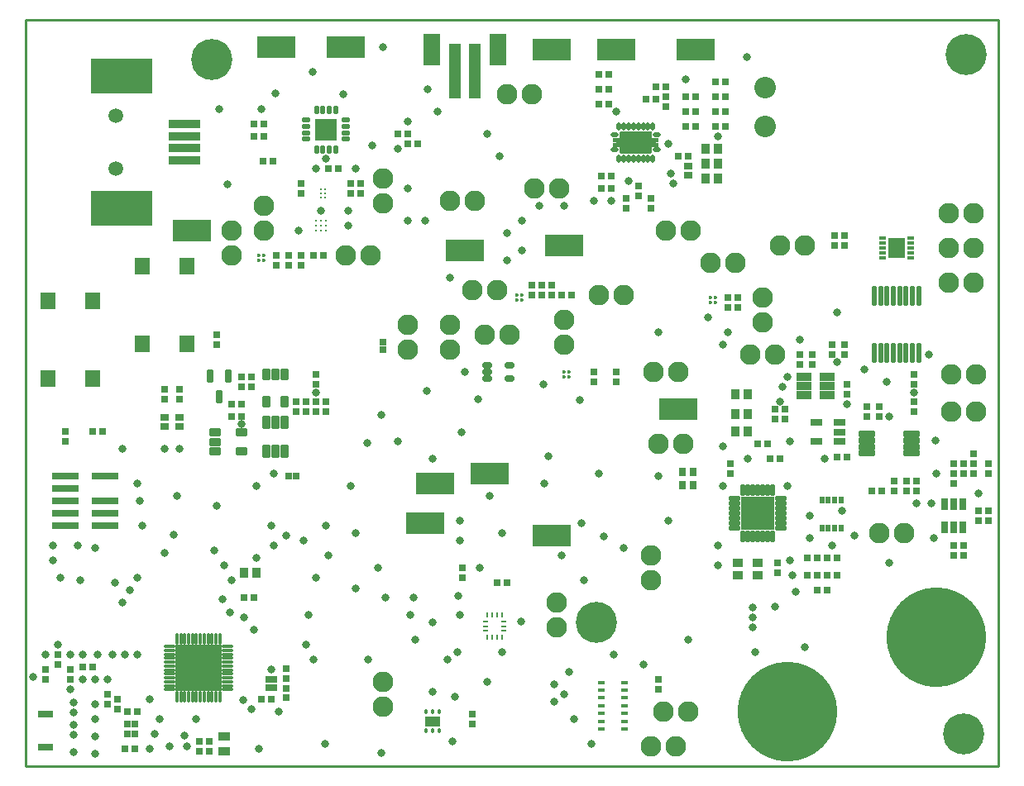
<source format=gts>
G04*
G04 #@! TF.GenerationSoftware,Altium Limited,Altium Designer,20.1.14 (287)*
G04*
G04 Layer_Color=8388736*
%FSLAX25Y25*%
%MOIN*%
G70*
G04*
G04 #@! TF.SameCoordinates,DFD3654D-5228-4AA8-B9DD-6FAD7AD09D05*
G04*
G04*
G04 #@! TF.FilePolarity,Negative*
G04*
G01*
G75*
%ADD13C,0.01000*%
%ADD26C,0.01417*%
G04:AMPARAMS|DCode=37|XSize=51.18mil|YSize=23.62mil|CornerRadius=2.01mil|HoleSize=0mil|Usage=FLASHONLY|Rotation=270.000|XOffset=0mil|YOffset=0mil|HoleType=Round|Shape=RoundedRectangle|*
%AMROUNDEDRECTD37*
21,1,0.05118,0.01961,0,0,270.0*
21,1,0.04717,0.02362,0,0,270.0*
1,1,0.00402,-0.00980,-0.02358*
1,1,0.00402,-0.00980,0.02358*
1,1,0.00402,0.00980,0.02358*
1,1,0.00402,0.00980,-0.02358*
%
%ADD37ROUNDEDRECTD37*%
%ADD44R,0.03150X0.03543*%
%ADD46R,0.10984X0.02913*%
G04:AMPARAMS|DCode=49|XSize=17.72mil|YSize=11.81mil|CornerRadius=1.95mil|HoleSize=0mil|Usage=FLASHONLY|Rotation=90.000|XOffset=0mil|YOffset=0mil|HoleType=Round|Shape=RoundedRectangle|*
%AMROUNDEDRECTD49*
21,1,0.01772,0.00791,0,0,90.0*
21,1,0.01382,0.01181,0,0,90.0*
1,1,0.00390,0.00396,0.00691*
1,1,0.00390,0.00396,-0.00691*
1,1,0.00390,-0.00396,-0.00691*
1,1,0.00390,-0.00396,0.00691*
%
%ADD49ROUNDEDRECTD49*%
%ADD60R,0.02953X0.01378*%
%ADD71R,0.00984X0.01870*%
%ADD72R,0.01870X0.00984*%
%ADD73R,0.03162X0.03162*%
%ADD74R,0.06699X0.08274*%
%ADD75R,0.02762X0.01384*%
%ADD76O,0.02178X0.08083*%
%ADD77R,0.03162X0.03162*%
%ADD78R,0.03162X0.02769*%
G04:AMPARAMS|DCode=79|XSize=31.62mil|YSize=47.37mil|CornerRadius=6.01mil|HoleSize=0mil|Usage=FLASHONLY|Rotation=0.000|XOffset=0mil|YOffset=0mil|HoleType=Round|Shape=RoundedRectangle|*
%AMROUNDEDRECTD79*
21,1,0.03162,0.03535,0,0,0.0*
21,1,0.01961,0.04737,0,0,0.0*
1,1,0.01202,0.00980,-0.01768*
1,1,0.01202,-0.00980,-0.01768*
1,1,0.01202,-0.00980,0.01768*
1,1,0.01202,0.00980,0.01768*
%
%ADD79ROUNDEDRECTD79*%
G04:AMPARAMS|DCode=80|XSize=33.59mil|YSize=55.24mil|CornerRadius=5.92mil|HoleSize=0mil|Usage=FLASHONLY|Rotation=180.000|XOffset=0mil|YOffset=0mil|HoleType=Round|Shape=RoundedRectangle|*
%AMROUNDEDRECTD80*
21,1,0.03359,0.04341,0,0,180.0*
21,1,0.02175,0.05524,0,0,180.0*
1,1,0.01184,-0.01088,0.02170*
1,1,0.01184,0.01088,0.02170*
1,1,0.01184,0.01088,-0.02170*
1,1,0.01184,-0.01088,-0.02170*
%
%ADD80ROUNDEDRECTD80*%
%ADD81R,0.05918X0.06902*%
G04:AMPARAMS|DCode=82|XSize=31.62mil|YSize=47.37mil|CornerRadius=6.01mil|HoleSize=0mil|Usage=FLASHONLY|Rotation=90.000|XOffset=0mil|YOffset=0mil|HoleType=Round|Shape=RoundedRectangle|*
%AMROUNDEDRECTD82*
21,1,0.03162,0.03535,0,0,90.0*
21,1,0.01961,0.04737,0,0,90.0*
1,1,0.01202,0.01768,0.00980*
1,1,0.01202,0.01768,-0.00980*
1,1,0.01202,-0.01768,-0.00980*
1,1,0.01202,-0.01768,0.00980*
%
%ADD82ROUNDEDRECTD82*%
%ADD83R,0.05131X0.03162*%
%ADD84R,0.03162X0.05131*%
G04:AMPARAMS|DCode=85|XSize=25.72mil|YSize=69.02mil|CornerRadius=5.95mil|HoleSize=0mil|Usage=FLASHONLY|Rotation=270.000|XOffset=0mil|YOffset=0mil|HoleType=Round|Shape=RoundedRectangle|*
%AMROUNDEDRECTD85*
21,1,0.02572,0.05713,0,0,270.0*
21,1,0.01382,0.06902,0,0,270.0*
1,1,0.01190,-0.02856,-0.00691*
1,1,0.01190,-0.02856,0.00691*
1,1,0.01190,0.02856,0.00691*
1,1,0.01190,0.02856,-0.00691*
%
%ADD85ROUNDEDRECTD85*%
%ADD86R,0.05918X0.03556*%
%ADD87R,0.02769X0.03162*%
%ADD88R,0.15170X0.08871*%
%ADD89R,0.24580X0.14186*%
%ADD90R,0.12611X0.03556*%
%ADD91R,0.01981X0.02572*%
G04:AMPARAMS|DCode=92|XSize=17.45mil|YSize=31.62mil|CornerRadius=5.98mil|HoleSize=0mil|Usage=FLASHONLY|Rotation=0.000|XOffset=0mil|YOffset=0mil|HoleType=Round|Shape=RoundedRectangle|*
%AMROUNDEDRECTD92*
21,1,0.01745,0.01965,0,0,0.0*
21,1,0.00548,0.03162,0,0,0.0*
1,1,0.01197,0.00274,-0.00983*
1,1,0.01197,-0.00274,-0.00983*
1,1,0.01197,-0.00274,0.00983*
1,1,0.01197,0.00274,0.00983*
%
%ADD92ROUNDEDRECTD92*%
G04:AMPARAMS|DCode=93|XSize=17.45mil|YSize=31.62mil|CornerRadius=5.98mil|HoleSize=0mil|Usage=FLASHONLY|Rotation=270.000|XOffset=0mil|YOffset=0mil|HoleType=Round|Shape=RoundedRectangle|*
%AMROUNDEDRECTD93*
21,1,0.01745,0.01965,0,0,270.0*
21,1,0.00548,0.03162,0,0,270.0*
1,1,0.01197,-0.00983,-0.00274*
1,1,0.01197,-0.00983,0.00274*
1,1,0.01197,0.00983,0.00274*
1,1,0.01197,0.00983,-0.00274*
%
%ADD93ROUNDEDRECTD93*%
G04:AMPARAMS|DCode=94|XSize=11.81mil|YSize=11.81mil|CornerRadius=1.95mil|HoleSize=0mil|Usage=FLASHONLY|Rotation=0.000|XOffset=0mil|YOffset=0mil|HoleType=Round|Shape=RoundedRectangle|*
%AMROUNDEDRECTD94*
21,1,0.01181,0.00791,0,0,0.0*
21,1,0.00791,0.01181,0,0,0.0*
1,1,0.00390,0.00396,-0.00396*
1,1,0.00390,-0.00396,-0.00396*
1,1,0.00390,-0.00396,0.00396*
1,1,0.00390,0.00396,0.00396*
%
%ADD94ROUNDEDRECTD94*%
G04:AMPARAMS|DCode=95|XSize=39.37mil|YSize=62.99mil|CornerRadius=1.97mil|HoleSize=0mil|Usage=FLASHONLY|Rotation=90.000|XOffset=0mil|YOffset=0mil|HoleType=Round|Shape=RoundedRectangle|*
%AMROUNDEDRECTD95*
21,1,0.03937,0.05906,0,0,90.0*
21,1,0.03543,0.06299,0,0,90.0*
1,1,0.00394,0.02953,0.01772*
1,1,0.00394,0.02953,-0.01772*
1,1,0.00394,-0.02953,-0.01772*
1,1,0.00394,-0.02953,0.01772*
%
%ADD95ROUNDEDRECTD95*%
%ADD96O,0.04540X0.01587*%
%ADD97O,0.01587X0.04540*%
%ADD98R,0.18910X0.18910*%
%ADD99R,0.09068X0.09068*%
%ADD100O,0.03753X0.01981*%
%ADD101O,0.01981X0.03753*%
%ADD102R,0.06142X0.03150*%
%ADD103R,0.04737X0.22453*%
%ADD104R,0.07099X0.12611*%
%ADD105R,0.03556X0.02769*%
%ADD106R,0.03753X0.04147*%
G04:AMPARAMS|DCode=107|XSize=23.75mil|YSize=41.47mil|CornerRadius=5.97mil|HoleSize=0mil|Usage=FLASHONLY|Rotation=90.000|XOffset=0mil|YOffset=0mil|HoleType=Round|Shape=RoundedRectangle|*
%AMROUNDEDRECTD107*
21,1,0.02375,0.02953,0,0,90.0*
21,1,0.01181,0.04147,0,0,90.0*
1,1,0.01194,0.01476,0.00591*
1,1,0.01194,0.01476,-0.00591*
1,1,0.01194,-0.01476,-0.00591*
1,1,0.01194,-0.01476,0.00591*
%
%ADD107ROUNDEDRECTD107*%
G04:AMPARAMS|DCode=108|XSize=46.98mil|YSize=18.63mil|CornerRadius=5.33mil|HoleSize=0mil|Usage=FLASHONLY|Rotation=270.000|XOffset=0mil|YOffset=0mil|HoleType=Round|Shape=RoundedRectangle|*
%AMROUNDEDRECTD108*
21,1,0.04698,0.00797,0,0,270.0*
21,1,0.03632,0.01863,0,0,270.0*
1,1,0.01066,-0.00399,-0.01816*
1,1,0.01066,-0.00399,0.01816*
1,1,0.01066,0.00399,0.01816*
1,1,0.01066,0.00399,-0.01816*
%
%ADD108ROUNDEDRECTD108*%
G04:AMPARAMS|DCode=109|XSize=46.98mil|YSize=18.63mil|CornerRadius=5.33mil|HoleSize=0mil|Usage=FLASHONLY|Rotation=180.000|XOffset=0mil|YOffset=0mil|HoleType=Round|Shape=RoundedRectangle|*
%AMROUNDEDRECTD109*
21,1,0.04698,0.00797,0,0,180.0*
21,1,0.03632,0.01863,0,0,180.0*
1,1,0.01066,-0.01816,0.00399*
1,1,0.01066,0.01816,0.00399*
1,1,0.01066,0.01816,-0.00399*
1,1,0.01066,-0.01816,-0.00399*
%
%ADD109ROUNDEDRECTD109*%
%ADD110R,0.13595X0.13595*%
%ADD111R,0.04147X0.03753*%
%ADD112C,0.01299*%
%ADD113R,0.02572X0.02769*%
%ADD114R,0.02769X0.02572*%
%ADD115C,0.01043*%
%ADD116R,0.04800X0.03300*%
%ADD117R,0.04961X0.02736*%
%ADD118R,0.02646X0.03039*%
%ADD119C,0.08300*%
%ADD120C,0.40170*%
%ADD121C,0.16548*%
%ADD122C,0.08674*%
%ADD123C,0.05918*%
%ADD124C,0.03300*%
G36*
X251946Y255937D02*
X251997Y255927D01*
X252047Y255910D01*
X252094Y255887D01*
X252137Y255857D01*
X252177Y255823D01*
X252211Y255783D01*
X252240Y255740D01*
X252264Y255693D01*
X252281Y255643D01*
X252291Y255592D01*
X252294Y255539D01*
Y253440D01*
X254747Y253440D01*
X254800Y253437D01*
X254851Y253427D01*
X254901Y253410D01*
X254948Y253386D01*
X254992Y253357D01*
X255031Y253323D01*
X255065Y253283D01*
X255095Y253240D01*
X255118Y253193D01*
X255135Y253143D01*
X255145Y253092D01*
X255148Y253039D01*
Y252134D01*
X255145Y252081D01*
X255135Y252030D01*
X255118Y251980D01*
X255095Y251933D01*
X255065Y251890D01*
X255031Y251850D01*
X254992Y251816D01*
X254948Y251787D01*
X254901Y251764D01*
X254851Y251747D01*
X254800Y251736D01*
X254747Y251733D01*
X253869Y251733D01*
Y251275D01*
X254747Y251275D01*
X254800Y251271D01*
X254851Y251261D01*
X254901Y251244D01*
X254948Y251221D01*
X254991Y251192D01*
X255031Y251157D01*
X255065Y251118D01*
X255095Y251074D01*
X255118Y251027D01*
X255135Y250978D01*
X255145Y250926D01*
X255148Y250874D01*
Y249969D01*
X255145Y249916D01*
X255135Y249865D01*
X255118Y249815D01*
X255095Y249768D01*
X255065Y249725D01*
X255031Y249685D01*
X254991Y249651D01*
X254948Y249621D01*
X254901Y249598D01*
X254851Y249581D01*
X254800Y249571D01*
X254747Y249568D01*
X252294Y249568D01*
Y247468D01*
X252291Y247416D01*
X252281Y247365D01*
X252264Y247315D01*
X252240Y247268D01*
X252211Y247224D01*
X252177Y247185D01*
X252137Y247150D01*
X252094Y247121D01*
X252047Y247098D01*
X251997Y247081D01*
X251946Y247071D01*
X251893Y247068D01*
X239885D01*
X239833Y247071D01*
X239782Y247081D01*
X239732Y247098D01*
X239685Y247121D01*
X239641Y247150D01*
X239602Y247185D01*
X239567Y247224D01*
X239538Y247268D01*
X239515Y247315D01*
X239498Y247365D01*
X239488Y247416D01*
X239485Y247468D01*
Y249568D01*
X237031Y249568D01*
X236979Y249571D01*
X236927Y249581D01*
X236877Y249598D01*
X236830Y249621D01*
X236787Y249651D01*
X236747Y249685D01*
X236713Y249725D01*
X236684Y249768D01*
X236661Y249815D01*
X236644Y249865D01*
X236633Y249916D01*
X236630Y249969D01*
Y250874D01*
X236633Y250926D01*
X236644Y250978D01*
X236661Y251027D01*
X236684Y251074D01*
X236713Y251118D01*
X236747Y251157D01*
X236787Y251192D01*
X236830Y251221D01*
X236877Y251244D01*
X236927Y251261D01*
X236979Y251271D01*
X237031Y251275D01*
X237910Y251275D01*
Y251733D01*
X237031Y251733D01*
X236979Y251736D01*
X236927Y251747D01*
X236877Y251764D01*
X236830Y251787D01*
X236787Y251816D01*
X236747Y251850D01*
X236713Y251890D01*
X236684Y251933D01*
X236661Y251980D01*
X236644Y252030D01*
X236633Y252081D01*
X236630Y252134D01*
Y253039D01*
X236633Y253092D01*
X236644Y253143D01*
X236661Y253193D01*
X236684Y253240D01*
X236713Y253283D01*
X236747Y253323D01*
X236787Y253357D01*
X236830Y253386D01*
X236877Y253410D01*
X236927Y253427D01*
X236979Y253437D01*
X237031Y253440D01*
X239485Y253440D01*
Y255539D01*
X239488Y255592D01*
X239498Y255643D01*
X239515Y255693D01*
X239538Y255740D01*
X239567Y255783D01*
X239602Y255823D01*
X239641Y255857D01*
X239685Y255887D01*
X239732Y255910D01*
X239782Y255927D01*
X239833Y255937D01*
X239885Y255940D01*
X251893D01*
X251946Y255937D01*
D02*
G37*
D13*
X0Y0D02*
X392000D01*
Y301000D01*
X0D02*
X392000D01*
X0Y0D02*
Y301000D01*
D26*
X198031Y190000D02*
D03*
X200000D02*
D03*
X198031Y188031D02*
D03*
X200000D02*
D03*
X94016Y205984D02*
D03*
X95984D02*
D03*
X94016Y204016D02*
D03*
X95984D02*
D03*
X276016Y188984D02*
D03*
X277984D02*
D03*
X276016Y187016D02*
D03*
X277984D02*
D03*
X217000Y158968D02*
D03*
X218969D02*
D03*
X217000Y157000D02*
D03*
X218969D02*
D03*
D37*
X78000Y149000D02*
D03*
X74260Y157268D02*
D03*
X81740D02*
D03*
D44*
X269165Y118756D02*
D03*
Y113244D02*
D03*
X264835D02*
D03*
Y118756D02*
D03*
D46*
X15976Y117000D02*
D03*
Y112000D02*
D03*
Y107000D02*
D03*
Y102000D02*
D03*
Y97000D02*
D03*
X32000Y117000D02*
D03*
Y107000D02*
D03*
Y102000D02*
D03*
Y97000D02*
D03*
D49*
X161441Y21839D02*
D03*
X164000D02*
D03*
X166559D02*
D03*
Y14161D02*
D03*
X164000D02*
D03*
X161441D02*
D03*
D60*
X241449Y33748D02*
D03*
Y30598D02*
D03*
Y27449D02*
D03*
Y24299D02*
D03*
Y21150D02*
D03*
Y18000D02*
D03*
Y14850D02*
D03*
X232000D02*
D03*
Y18000D02*
D03*
Y21150D02*
D03*
Y24299D02*
D03*
Y27449D02*
D03*
Y30598D02*
D03*
Y33748D02*
D03*
D71*
X186094Y51846D02*
D03*
X188063D02*
D03*
X190032D02*
D03*
X192000D02*
D03*
Y61000D02*
D03*
X190032D02*
D03*
X188063D02*
D03*
X186094D02*
D03*
D72*
X192640Y54455D02*
D03*
Y56423D02*
D03*
Y58392D02*
D03*
X185455D02*
D03*
Y56423D02*
D03*
Y54455D02*
D03*
D73*
X382000Y122000D02*
D03*
Y125937D02*
D03*
X326000Y213937D02*
D03*
Y210000D02*
D03*
X330000Y213937D02*
D03*
Y210000D02*
D03*
X77000Y173937D02*
D03*
Y170000D02*
D03*
X117000Y143000D02*
D03*
Y146937D02*
D03*
X121000Y146968D02*
D03*
Y143032D02*
D03*
X330000Y166000D02*
D03*
Y169937D02*
D03*
X325000Y166000D02*
D03*
Y169937D02*
D03*
X331000Y150031D02*
D03*
Y153969D02*
D03*
X344000Y141000D02*
D03*
Y144937D02*
D03*
X339000Y141000D02*
D03*
Y144937D02*
D03*
X312000Y166000D02*
D03*
Y162063D02*
D03*
X317000Y166000D02*
D03*
Y162063D02*
D03*
X374000Y117968D02*
D03*
Y114032D02*
D03*
X204000Y193968D02*
D03*
Y190032D02*
D03*
X208000Y193968D02*
D03*
Y190032D02*
D03*
X212000D02*
D03*
Y193968D02*
D03*
X111000Y202063D02*
D03*
Y206000D02*
D03*
X106000D02*
D03*
Y202063D02*
D03*
X101000Y206000D02*
D03*
Y202063D02*
D03*
X284000Y118000D02*
D03*
Y121937D02*
D03*
X247000Y233937D02*
D03*
Y230000D02*
D03*
X242000Y228969D02*
D03*
Y225031D02*
D03*
X252000Y228937D02*
D03*
Y225000D02*
D03*
X287000Y188969D02*
D03*
Y185031D02*
D03*
X283000D02*
D03*
Y188969D02*
D03*
X109000Y143095D02*
D03*
Y147031D02*
D03*
X113000Y147000D02*
D03*
Y143063D02*
D03*
X238000Y159000D02*
D03*
Y155063D02*
D03*
X229000D02*
D03*
Y159000D02*
D03*
X303000Y78063D02*
D03*
Y82000D02*
D03*
X16000Y134937D02*
D03*
Y131000D02*
D03*
X33000Y25000D02*
D03*
Y28937D02*
D03*
X70000Y10000D02*
D03*
Y6063D02*
D03*
X74000D02*
D03*
Y10000D02*
D03*
X105000Y35386D02*
D03*
Y39323D02*
D03*
Y31386D02*
D03*
Y27449D02*
D03*
X37000Y23031D02*
D03*
Y26969D02*
D03*
X8000Y35032D02*
D03*
Y38969D02*
D03*
X13000Y41000D02*
D03*
Y44937D02*
D03*
X18000Y35032D02*
D03*
Y38969D02*
D03*
D74*
X351000Y209000D02*
D03*
D75*
X345488Y205063D02*
D03*
Y207031D02*
D03*
Y209000D02*
D03*
Y210968D02*
D03*
Y212937D02*
D03*
X356512D02*
D03*
Y210968D02*
D03*
Y209000D02*
D03*
Y207031D02*
D03*
Y205063D02*
D03*
D76*
X342043Y166484D02*
D03*
X344602D02*
D03*
X347161D02*
D03*
X349721D02*
D03*
X352279D02*
D03*
X354839D02*
D03*
X357398D02*
D03*
X359957D02*
D03*
X342043Y189516D02*
D03*
X344602D02*
D03*
X347161D02*
D03*
X349721D02*
D03*
X352279D02*
D03*
X354839D02*
D03*
X357398D02*
D03*
X359957D02*
D03*
D77*
X377969Y85000D02*
D03*
X374031D02*
D03*
X377937Y89000D02*
D03*
X374000D02*
D03*
X87000Y153000D02*
D03*
X90937D02*
D03*
Y157000D02*
D03*
X87000D02*
D03*
Y146000D02*
D03*
X83063D02*
D03*
X83031Y141000D02*
D03*
X86968D02*
D03*
X359000Y111000D02*
D03*
X355063D02*
D03*
X378000Y122000D02*
D03*
X374063D02*
D03*
X219969Y190000D02*
D03*
X216032D02*
D03*
X116000Y206000D02*
D03*
X119937D02*
D03*
X282063Y264000D02*
D03*
X278126D02*
D03*
X282063Y258000D02*
D03*
X278126D02*
D03*
X282063Y270000D02*
D03*
X278126D02*
D03*
X282063Y276000D02*
D03*
X278126D02*
D03*
X266126Y258000D02*
D03*
X270063D02*
D03*
X266094Y264000D02*
D03*
X270031D02*
D03*
X266063Y270000D02*
D03*
X270000D02*
D03*
X88000Y68000D02*
D03*
X91937D02*
D03*
X236000Y233000D02*
D03*
X232063D02*
D03*
X236000Y238000D02*
D03*
X232063D02*
D03*
X235000Y279000D02*
D03*
X231063D02*
D03*
X235000Y273000D02*
D03*
X231063D02*
D03*
X234937Y267000D02*
D03*
X231000D02*
D03*
X323000Y84000D02*
D03*
X326937D02*
D03*
X315032D02*
D03*
X318969D02*
D03*
X300031Y124000D02*
D03*
X303969D02*
D03*
X295000Y130000D02*
D03*
X298937D02*
D03*
X319000Y71000D02*
D03*
X322937D02*
D03*
X99761Y244060D02*
D03*
X95824D02*
D03*
X98937Y27000D02*
D03*
X95000D02*
D03*
X44937Y21937D02*
D03*
X41000D02*
D03*
X40063Y6937D02*
D03*
X44000D02*
D03*
X23000Y40000D02*
D03*
X26937D02*
D03*
D78*
X117000Y158000D02*
D03*
Y154063D02*
D03*
X302000Y140000D02*
D03*
Y143937D02*
D03*
X388000Y121937D02*
D03*
Y118000D02*
D03*
X111000Y231000D02*
D03*
Y234937D02*
D03*
X306000Y139937D02*
D03*
Y143874D02*
D03*
X180000Y17000D02*
D03*
Y20937D02*
D03*
X255000Y34937D02*
D03*
Y31000D02*
D03*
X358000Y158000D02*
D03*
Y154063D02*
D03*
X350000Y115000D02*
D03*
Y111063D02*
D03*
X388000Y99063D02*
D03*
Y103000D02*
D03*
X258000Y269937D02*
D03*
Y266000D02*
D03*
X358000Y143000D02*
D03*
Y146937D02*
D03*
X384000Y99063D02*
D03*
Y103000D02*
D03*
X56000Y151969D02*
D03*
Y148031D02*
D03*
X62000Y148063D02*
D03*
Y152000D02*
D03*
X176000Y76063D02*
D03*
Y80000D02*
D03*
D79*
X104480Y147000D02*
D03*
X97000D02*
D03*
Y157827D02*
D03*
X100740D02*
D03*
X104480D02*
D03*
D80*
X97000Y138614D02*
D03*
X100740D02*
D03*
X104480D02*
D03*
Y127000D02*
D03*
X100740D02*
D03*
X97000D02*
D03*
D81*
X47142Y201650D02*
D03*
X64858D02*
D03*
Y170350D02*
D03*
X47142D02*
D03*
X9142Y187650D02*
D03*
X26858D02*
D03*
Y156350D02*
D03*
X9142D02*
D03*
D82*
X76173Y134480D02*
D03*
Y130740D02*
D03*
Y127000D02*
D03*
X87000D02*
D03*
Y134480D02*
D03*
D83*
X318551Y131000D02*
D03*
Y138480D02*
D03*
X328000D02*
D03*
Y134740D02*
D03*
Y131000D02*
D03*
D84*
X377740Y105724D02*
D03*
X374000D02*
D03*
X370260D02*
D03*
Y96276D02*
D03*
X374000D02*
D03*
X377740D02*
D03*
D85*
X338846Y133839D02*
D03*
Y131280D02*
D03*
Y128720D02*
D03*
Y126161D02*
D03*
X357154Y133839D02*
D03*
Y131280D02*
D03*
Y128720D02*
D03*
Y126161D02*
D03*
D86*
X313551Y149520D02*
D03*
Y153260D02*
D03*
Y157000D02*
D03*
X323000D02*
D03*
Y153260D02*
D03*
Y149520D02*
D03*
D87*
X355000Y115000D02*
D03*
X358937D02*
D03*
X378063Y118000D02*
D03*
X382000D02*
D03*
X122063Y241000D02*
D03*
X126000D02*
D03*
X327063Y124500D02*
D03*
X331000D02*
D03*
X154000Y255000D02*
D03*
X150063D02*
D03*
X253969Y269000D02*
D03*
X250031D02*
D03*
X263063Y246000D02*
D03*
X267000D02*
D03*
X257937Y274000D02*
D03*
X254000D02*
D03*
X154032Y251000D02*
D03*
X157968D02*
D03*
X341063Y111000D02*
D03*
X345000D02*
D03*
X323000Y77000D02*
D03*
X326937D02*
D03*
X318969D02*
D03*
X315032D02*
D03*
X131000Y235000D02*
D03*
X134937D02*
D03*
X131000Y231000D02*
D03*
X134937D02*
D03*
X30937Y135000D02*
D03*
X27000D02*
D03*
X92000Y259000D02*
D03*
X95937D02*
D03*
X92000Y254000D02*
D03*
X95937D02*
D03*
X193937Y74000D02*
D03*
X190000D02*
D03*
D88*
X67000Y216000D02*
D03*
X187000Y118000D02*
D03*
X161000Y98000D02*
D03*
X212000Y93000D02*
D03*
X101000Y290000D02*
D03*
X129000D02*
D03*
X212000Y289000D02*
D03*
X238000D02*
D03*
X270000D02*
D03*
X263000Y144000D02*
D03*
X165000Y114000D02*
D03*
X177000Y208000D02*
D03*
X217000Y210000D02*
D03*
D89*
X38803Y278390D02*
D03*
Y224847D02*
D03*
D90*
X64000Y244236D02*
D03*
Y259000D02*
D03*
Y249158D02*
D03*
Y254079D02*
D03*
D91*
X326000Y96000D02*
D03*
X320882D02*
D03*
X323441D02*
D03*
X328559D02*
D03*
X326000Y107339D02*
D03*
X323441D02*
D03*
X320882D02*
D03*
X328559D02*
D03*
D92*
X239000Y245008D02*
D03*
X240968D02*
D03*
X242937D02*
D03*
X244905D02*
D03*
X246874D02*
D03*
X248842D02*
D03*
X250811D02*
D03*
X252779D02*
D03*
Y258000D02*
D03*
X250811D02*
D03*
X248842D02*
D03*
X246874D02*
D03*
X244905D02*
D03*
X242937D02*
D03*
X240968D02*
D03*
X239000D02*
D03*
D93*
X254354Y248551D02*
D03*
Y254457D02*
D03*
X237425D02*
D03*
Y248551D02*
D03*
D94*
X245889Y251504D02*
D03*
D95*
X164000Y18000D02*
D03*
D96*
X58000Y37150D02*
D03*
Y35575D02*
D03*
Y34000D02*
D03*
Y32425D02*
D03*
Y45024D02*
D03*
Y43449D02*
D03*
Y41874D02*
D03*
Y40299D02*
D03*
Y48173D02*
D03*
X81228Y32425D02*
D03*
Y34000D02*
D03*
Y35575D02*
D03*
Y37150D02*
D03*
Y40299D02*
D03*
Y41874D02*
D03*
Y43449D02*
D03*
Y45024D02*
D03*
Y48173D02*
D03*
X58000Y30850D02*
D03*
Y46598D02*
D03*
Y38724D02*
D03*
X81228Y30850D02*
D03*
Y38724D02*
D03*
Y46598D02*
D03*
D97*
X62528Y27898D02*
D03*
X64102D02*
D03*
X65677D02*
D03*
X67252D02*
D03*
Y51126D02*
D03*
X65677D02*
D03*
X64102D02*
D03*
X62528D02*
D03*
X70402Y27898D02*
D03*
X71976D02*
D03*
X73551D02*
D03*
X75126D02*
D03*
Y51126D02*
D03*
X73551D02*
D03*
X71976D02*
D03*
X70402D02*
D03*
X78276Y27898D02*
D03*
Y51126D02*
D03*
X60953Y27898D02*
D03*
Y51126D02*
D03*
X68827Y27898D02*
D03*
X76701D02*
D03*
Y51126D02*
D03*
X68827D02*
D03*
D98*
X69614Y39512D02*
D03*
D99*
X121028Y256720D02*
D03*
D100*
X129000Y260559D02*
D03*
Y258000D02*
D03*
Y255441D02*
D03*
Y252882D02*
D03*
X113055D02*
D03*
Y255441D02*
D03*
Y258000D02*
D03*
Y260559D02*
D03*
D101*
X124866Y248748D02*
D03*
X122307D02*
D03*
X119748D02*
D03*
X117189D02*
D03*
Y264693D02*
D03*
X119748D02*
D03*
X122307D02*
D03*
X124866D02*
D03*
D102*
X8000Y7590D02*
D03*
Y21000D02*
D03*
D103*
X180937Y280142D02*
D03*
X173063D02*
D03*
D104*
X190386Y289000D02*
D03*
X163614D02*
D03*
D105*
X267000Y242000D02*
D03*
Y238260D02*
D03*
X62000Y140740D02*
D03*
Y137000D02*
D03*
X56000Y140740D02*
D03*
Y137000D02*
D03*
D106*
X274079Y237000D02*
D03*
X279000D02*
D03*
X274079Y243000D02*
D03*
X279000D02*
D03*
X274079Y249000D02*
D03*
X279000D02*
D03*
X92921Y78000D02*
D03*
X88000D02*
D03*
X286079Y135000D02*
D03*
X291000D02*
D03*
X286079Y142000D02*
D03*
X291000D02*
D03*
X286079Y150000D02*
D03*
X291000D02*
D03*
D107*
X194858Y161559D02*
D03*
Y156441D02*
D03*
X186000D02*
D03*
Y159000D02*
D03*
Y161559D02*
D03*
D108*
X300905Y111291D02*
D03*
X298937D02*
D03*
X296969D02*
D03*
X295000D02*
D03*
X293032D02*
D03*
X291063D02*
D03*
X289094D02*
D03*
Y92709D02*
D03*
X291063D02*
D03*
X293032D02*
D03*
X295000D02*
D03*
X296969D02*
D03*
X298937D02*
D03*
X300905D02*
D03*
D109*
X304291Y96095D02*
D03*
Y98063D02*
D03*
Y100031D02*
D03*
Y102000D02*
D03*
Y103969D02*
D03*
Y105937D02*
D03*
Y107905D02*
D03*
X285709D02*
D03*
Y105937D02*
D03*
Y103969D02*
D03*
Y102000D02*
D03*
Y100031D02*
D03*
Y98063D02*
D03*
Y96095D02*
D03*
D110*
X295000Y102000D02*
D03*
D111*
X287000Y82000D02*
D03*
Y77079D02*
D03*
X295000Y82000D02*
D03*
Y77079D02*
D03*
D112*
X120653Y229425D02*
D03*
X119000D02*
D03*
X120653Y231000D02*
D03*
X119000D02*
D03*
Y232575D02*
D03*
X120653D02*
D03*
D113*
X144000Y171000D02*
D03*
Y168047D02*
D03*
D114*
X108953Y117000D02*
D03*
X106000D02*
D03*
D115*
X117000Y219937D02*
D03*
X118968D02*
D03*
X120937D02*
D03*
X117000Y217969D02*
D03*
Y216000D02*
D03*
X118968Y217969D02*
D03*
X120937D02*
D03*
X118968Y216000D02*
D03*
X120937D02*
D03*
D116*
X80000Y12000D02*
D03*
Y6000D02*
D03*
D117*
X99000Y31772D02*
D03*
Y35000D02*
D03*
D118*
X44150Y13000D02*
D03*
Y16937D02*
D03*
X41000D02*
D03*
Y13000D02*
D03*
D119*
X154000Y178000D02*
D03*
Y168000D02*
D03*
X144000Y34000D02*
D03*
Y24000D02*
D03*
X190000Y192000D02*
D03*
X180000D02*
D03*
X382000Y223000D02*
D03*
X372000D02*
D03*
X382000Y209000D02*
D03*
X372000D02*
D03*
X382000Y195000D02*
D03*
X372000D02*
D03*
X373000Y158000D02*
D03*
X383000D02*
D03*
X314000Y210000D02*
D03*
X304000D02*
D03*
X344000Y94000D02*
D03*
X354000D02*
D03*
X302000Y166000D02*
D03*
X292000D02*
D03*
X373000Y143000D02*
D03*
X383000D02*
D03*
X297000Y189000D02*
D03*
Y179000D02*
D03*
X276000Y203000D02*
D03*
X286000D02*
D03*
X144000Y227000D02*
D03*
Y237000D02*
D03*
X204000Y271000D02*
D03*
X194000D02*
D03*
X139000Y206000D02*
D03*
X129000D02*
D03*
X83000Y216000D02*
D03*
Y206000D02*
D03*
X195000Y174000D02*
D03*
X185000D02*
D03*
X217000Y180000D02*
D03*
Y170000D02*
D03*
X252000Y75000D02*
D03*
Y85000D02*
D03*
X265000Y130000D02*
D03*
X255000D02*
D03*
X257000Y22000D02*
D03*
X267000D02*
D03*
X252000Y8000D02*
D03*
X262000D02*
D03*
X215000Y233000D02*
D03*
X205000D02*
D03*
X171000Y168000D02*
D03*
Y178000D02*
D03*
X214000Y56000D02*
D03*
Y66000D02*
D03*
X258000Y216000D02*
D03*
X268000D02*
D03*
X253000Y159000D02*
D03*
X263000D02*
D03*
X96000Y216000D02*
D03*
Y226000D02*
D03*
X241000Y190000D02*
D03*
X231000D02*
D03*
X181000Y228000D02*
D03*
X171000D02*
D03*
D120*
X307000Y22000D02*
D03*
X367000Y52000D02*
D03*
D121*
X379000Y287000D02*
D03*
X75000Y285000D02*
D03*
X378000Y13000D02*
D03*
X230000Y58000D02*
D03*
D122*
X298000Y258000D02*
D03*
Y273748D02*
D03*
D123*
X36441Y240791D02*
D03*
Y262445D02*
D03*
D124*
X231000Y118000D02*
D03*
X294000Y46000D02*
D03*
X314000Y48000D02*
D03*
X348000Y82000D02*
D03*
X329000Y103000D02*
D03*
X327000Y163000D02*
D03*
X305000Y153000D02*
D03*
X304000Y147000D02*
D03*
X307000Y113000D02*
D03*
X316000Y101000D02*
D03*
X327000Y183000D02*
D03*
X358000Y150500D02*
D03*
X348000Y141000D02*
D03*
X117000Y150516D02*
D03*
X87000Y138000D02*
D03*
X338000Y160000D02*
D03*
X384000Y110000D02*
D03*
X364000Y166000D02*
D03*
X366000Y92000D02*
D03*
X365000Y106000D02*
D03*
X347000Y155000D02*
D03*
X312000Y172000D02*
D03*
X275000Y181000D02*
D03*
X116020Y43020D02*
D03*
X293000Y56000D02*
D03*
X331000Y146000D02*
D03*
X322000Y124000D02*
D03*
X307000Y157000D02*
D03*
X367000Y118000D02*
D03*
X366721Y131280D02*
D03*
X359000Y106000D02*
D03*
X254980Y175020D02*
D03*
X308000Y131000D02*
D03*
X281000Y170000D02*
D03*
X209000Y114000D02*
D03*
X187000Y109000D02*
D03*
X283000Y175000D02*
D03*
X241000Y88000D02*
D03*
X233000Y92750D02*
D03*
X216000Y85000D02*
D03*
X293000Y60000D02*
D03*
X334000Y93000D02*
D03*
X316000Y92000D02*
D03*
X309000Y77000D02*
D03*
X278969Y81000D02*
D03*
X279000Y89000D02*
D03*
X281000Y113000D02*
D03*
X255000Y117000D02*
D03*
X131000Y113000D02*
D03*
X93000D02*
D03*
X224000Y98000D02*
D03*
X293000Y64000D02*
D03*
X325000Y89000D02*
D03*
X279000Y254000D02*
D03*
X260000Y239000D02*
D03*
X110000Y216000D02*
D03*
X121000Y245000D02*
D03*
X191000Y245850D02*
D03*
X261000Y235000D02*
D03*
X128000Y271000D02*
D03*
X133000Y241000D02*
D03*
X130000Y224000D02*
D03*
X154000Y233000D02*
D03*
X200000Y219850D02*
D03*
X175000Y61000D02*
D03*
X192000Y46000D02*
D03*
X174000D02*
D03*
X138000Y43000D02*
D03*
X164000Y30000D02*
D03*
X259000Y99000D02*
D03*
X117000Y241000D02*
D03*
X245889Y253504D02*
D03*
Y249504D02*
D03*
X250909Y251504D02*
D03*
X240869D02*
D03*
X164000Y18000D02*
D03*
X69614Y39512D02*
D03*
X74614D02*
D03*
Y33512D02*
D03*
X69614D02*
D03*
X64614D02*
D03*
Y39512D02*
D03*
X69614Y45512D02*
D03*
X74614D02*
D03*
X64614D02*
D03*
X121028Y256720D02*
D03*
X82449Y62000D02*
D03*
X79449Y67250D02*
D03*
X91000Y23000D02*
D03*
X68827Y18850D02*
D03*
X58000Y8000D02*
D03*
X42000Y71000D02*
D03*
X50000Y7000D02*
D03*
X54000Y19000D02*
D03*
X45000Y76000D02*
D03*
X52000Y13000D02*
D03*
X64000Y12250D02*
D03*
X39000Y66000D02*
D03*
X259000Y251000D02*
D03*
X45000Y45000D02*
D03*
X40000D02*
D03*
X35000D02*
D03*
X29000D02*
D03*
X23000D02*
D03*
X18000D02*
D03*
X8000D02*
D03*
X3000Y36000D02*
D03*
X19195Y5500D02*
D03*
Y12500D02*
D03*
Y16500D02*
D03*
Y21500D02*
D03*
Y25500D02*
D03*
X28000Y25000D02*
D03*
X266000Y277000D02*
D03*
X229000Y228000D02*
D03*
X242937Y236000D02*
D03*
X236000Y228000D02*
D03*
X238000Y264000D02*
D03*
X175000Y91000D02*
D03*
X186000Y34000D02*
D03*
X290814Y285924D02*
D03*
X217000Y226000D02*
D03*
X207000D02*
D03*
X166000Y264000D02*
D03*
X162000Y273000D02*
D03*
X139601Y250149D02*
D03*
X115672Y280104D02*
D03*
X100695Y271324D02*
D03*
X95000Y265000D02*
D03*
X78000D02*
D03*
X81413Y234483D02*
D03*
X39000Y128000D02*
D03*
X45000Y114000D02*
D03*
X59722Y93145D02*
D03*
X61000Y109000D02*
D03*
X143389Y141520D02*
D03*
X137536Y130158D02*
D03*
X150000Y131000D02*
D03*
X161809Y151333D02*
D03*
X175582Y134462D02*
D03*
X182296Y147890D02*
D03*
X208807Y154087D02*
D03*
X223268Y147546D02*
D03*
X210529Y124993D02*
D03*
X281000Y129000D02*
D03*
X308000Y83000D02*
D03*
X310378Y70420D02*
D03*
X301942Y64223D02*
D03*
X267000Y51000D02*
D03*
X228000Y9000D02*
D03*
X221000Y19000D02*
D03*
X217000Y29000D02*
D03*
X219000Y38000D02*
D03*
X237000Y45000D02*
D03*
X225000Y75000D02*
D03*
X175000Y99000D02*
D03*
X164000Y124000D02*
D03*
X28000Y5000D02*
D03*
Y12000D02*
D03*
Y19000D02*
D03*
X23000Y35000D02*
D03*
X33000D02*
D03*
X18000Y31000D02*
D03*
X28000Y35000D02*
D03*
X13000Y49000D02*
D03*
X14129Y76012D02*
D03*
X22000Y75000D02*
D03*
X36000Y74000D02*
D03*
X56000Y86000D02*
D03*
X99000Y97000D02*
D03*
X87655Y26449D02*
D03*
X99000Y39000D02*
D03*
X92000Y55000D02*
D03*
X112000Y91000D02*
D03*
X122000Y85000D02*
D03*
X132860Y71473D02*
D03*
X174252Y68568D02*
D03*
X156279Y68024D02*
D03*
X145000Y68000D02*
D03*
X157006Y50958D02*
D03*
X143208Y5390D02*
D03*
X120696Y8839D02*
D03*
X94000Y7000D02*
D03*
X171000Y197000D02*
D03*
X144000Y290000D02*
D03*
X291000Y124000D02*
D03*
X93000Y84000D02*
D03*
X142000Y80000D02*
D03*
X133000Y94000D02*
D03*
X121000Y97000D02*
D03*
X100000Y118000D02*
D03*
X114000Y61000D02*
D03*
X117000Y76000D02*
D03*
X194000Y204000D02*
D03*
X200000Y208000D02*
D03*
X194000Y215000D02*
D03*
X161000Y220000D02*
D03*
X154000D02*
D03*
X172000Y10000D02*
D03*
X150000Y249000D02*
D03*
X154000Y260000D02*
D03*
X186000Y255000D02*
D03*
X155000Y61000D02*
D03*
X164000Y58040D02*
D03*
X213000Y33000D02*
D03*
Y26000D02*
D03*
X249000Y41000D02*
D03*
X105000Y93000D02*
D03*
X100000Y89000D02*
D03*
X113000Y49000D02*
D03*
X173000Y28000D02*
D03*
X170000Y43000D02*
D03*
X199608Y58392D02*
D03*
X183000Y80000D02*
D03*
X80000Y81000D02*
D03*
X83000Y75000D02*
D03*
X76000Y87000D02*
D03*
X130000Y218000D02*
D03*
X119000Y224000D02*
D03*
X177000Y159000D02*
D03*
X102000Y22000D02*
D03*
X65000Y8000D02*
D03*
X77000Y105000D02*
D03*
X192000Y94000D02*
D03*
X295000Y102000D02*
D03*
X88000Y60000D02*
D03*
X62000Y128000D02*
D03*
X56000D02*
D03*
X47150Y97000D02*
D03*
X46000Y107000D02*
D03*
X11000Y83000D02*
D03*
X28000Y88000D02*
D03*
X11000Y89000D02*
D03*
X21000D02*
D03*
X50000Y27000D02*
D03*
M02*

</source>
